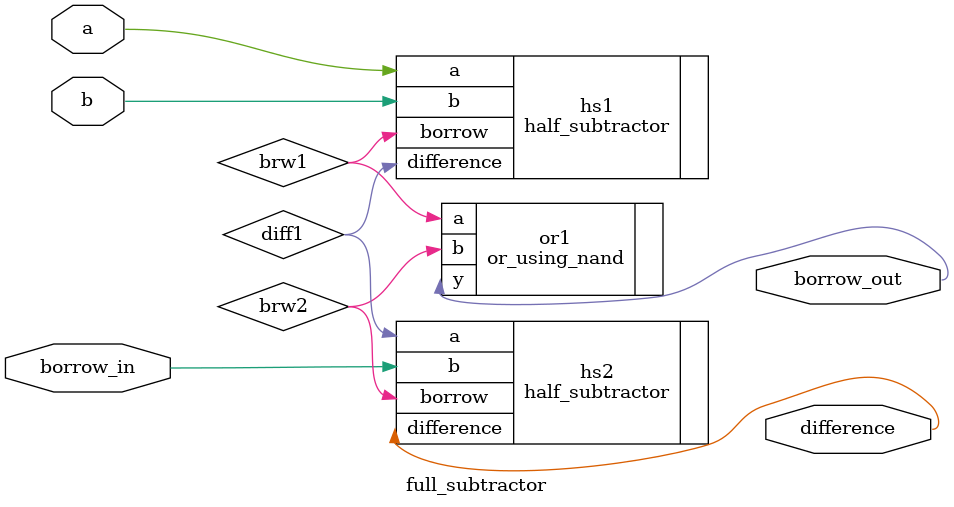
<source format=v>
`include "basic_gates.v"

module full_subtractor (
    input  a,
    input  b,
    input  borrow_in,
    output difference,
    output borrow_out
);
  wire diff1, brw1, brw2;
  half_subtractor hs1 (
      .a(a),
      .b(b),
      .difference(diff1),
      .borrow(brw1)
  );
  half_subtractor hs2 (
      .a(diff1),
      .b(borrow_in),
      .difference(difference),
      .borrow(brw2)
  );
  or_using_nand or1 (
      .a(brw1),
      .b(brw2),
      .y(borrow_out)
  );
endmodule

</source>
